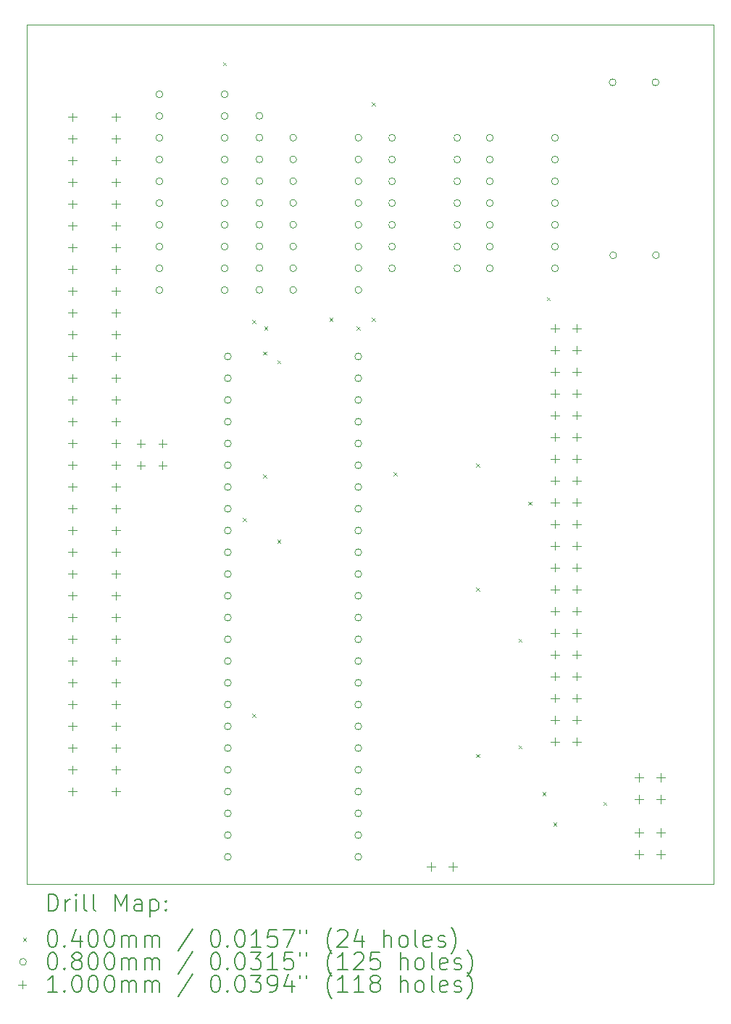
<source format=gbr>
%TF.GenerationSoftware,KiCad,Pcbnew,(6.0.8-1)-1*%
%TF.CreationDate,2023-09-26T17:12:29+03:00*%
%TF.ProjectId,A410_Podule_Ram_RPI,41343130-5f50-46f6-9475-6c655f52616d,rev?*%
%TF.SameCoordinates,Original*%
%TF.FileFunction,Drillmap*%
%TF.FilePolarity,Positive*%
%FSLAX45Y45*%
G04 Gerber Fmt 4.5, Leading zero omitted, Abs format (unit mm)*
G04 Created by KiCad (PCBNEW (6.0.8-1)-1) date 2023-09-26 17:12:29*
%MOMM*%
%LPD*%
G01*
G04 APERTURE LIST*
%ADD10C,0.100000*%
%ADD11C,0.200000*%
%ADD12C,0.040000*%
%ADD13C,0.080000*%
G04 APERTURE END LIST*
D10*
X7010400Y-13766800D02*
X7010400Y-3733800D01*
X15036800Y-13766800D02*
X7010400Y-13766800D01*
X15036800Y-13766800D02*
X15036800Y-3733800D01*
X7010400Y-3733800D02*
X15036800Y-3733800D01*
D11*
D12*
X9301800Y-4171000D02*
X9341800Y-4211000D01*
X9341800Y-4171000D02*
X9301800Y-4211000D01*
X9536850Y-9492300D02*
X9576850Y-9532300D01*
X9576850Y-9492300D02*
X9536850Y-9532300D01*
X9644700Y-7180900D02*
X9684700Y-7220900D01*
X9684700Y-7180900D02*
X9644700Y-7220900D01*
X9644700Y-11778300D02*
X9684700Y-11818300D01*
X9684700Y-11778300D02*
X9644700Y-11818300D01*
X9771700Y-7549200D02*
X9811700Y-7589200D01*
X9811700Y-7549200D02*
X9771700Y-7589200D01*
X9771700Y-8984300D02*
X9811700Y-9024300D01*
X9811700Y-8984300D02*
X9771700Y-9024300D01*
X9784400Y-7257100D02*
X9824400Y-7297100D01*
X9824400Y-7257100D02*
X9784400Y-7297100D01*
X9936800Y-7650800D02*
X9976800Y-7690800D01*
X9976800Y-7650800D02*
X9936800Y-7690800D01*
X9936800Y-9746300D02*
X9976800Y-9786300D01*
X9976800Y-9746300D02*
X9936800Y-9786300D01*
X10546400Y-7155500D02*
X10586400Y-7195500D01*
X10586400Y-7155500D02*
X10546400Y-7195500D01*
X10863900Y-7257100D02*
X10903900Y-7297100D01*
X10903900Y-7257100D02*
X10863900Y-7297100D01*
X11041700Y-4640900D02*
X11081700Y-4680900D01*
X11081700Y-4640900D02*
X11041700Y-4680900D01*
X11041700Y-7155500D02*
X11081700Y-7195500D01*
X11081700Y-7155500D02*
X11041700Y-7195500D01*
X11295700Y-8958900D02*
X11335700Y-8998900D01*
X11335700Y-8958900D02*
X11295700Y-8998900D01*
X12260900Y-8857300D02*
X12300900Y-8897300D01*
X12300900Y-8857300D02*
X12260900Y-8897300D01*
X12260900Y-10305100D02*
X12300900Y-10345100D01*
X12300900Y-10305100D02*
X12260900Y-10345100D01*
X12260900Y-12248200D02*
X12300900Y-12288200D01*
X12300900Y-12248200D02*
X12260900Y-12288200D01*
X12756200Y-10902000D02*
X12796200Y-10942000D01*
X12796200Y-10902000D02*
X12756200Y-10942000D01*
X12756200Y-12146600D02*
X12796200Y-12186600D01*
X12796200Y-12146600D02*
X12756200Y-12186600D01*
X12870500Y-9301800D02*
X12910500Y-9341800D01*
X12910500Y-9301800D02*
X12870500Y-9341800D01*
X13035600Y-12692700D02*
X13075600Y-12732700D01*
X13075600Y-12692700D02*
X13035600Y-12732700D01*
X13086400Y-6914200D02*
X13126400Y-6954200D01*
X13126400Y-6914200D02*
X13086400Y-6954200D01*
X13162600Y-13048300D02*
X13202600Y-13088300D01*
X13202600Y-13048300D02*
X13162600Y-13088300D01*
X13746800Y-12807000D02*
X13786800Y-12847000D01*
X13786800Y-12807000D02*
X13746800Y-12847000D01*
D13*
X8599800Y-4546600D02*
G75*
G03*
X8599800Y-4546600I-40000J0D01*
G01*
X8599800Y-4800600D02*
G75*
G03*
X8599800Y-4800600I-40000J0D01*
G01*
X8599800Y-5054600D02*
G75*
G03*
X8599800Y-5054600I-40000J0D01*
G01*
X8599800Y-5308600D02*
G75*
G03*
X8599800Y-5308600I-40000J0D01*
G01*
X8599800Y-5562600D02*
G75*
G03*
X8599800Y-5562600I-40000J0D01*
G01*
X8599800Y-5816600D02*
G75*
G03*
X8599800Y-5816600I-40000J0D01*
G01*
X8599800Y-6070600D02*
G75*
G03*
X8599800Y-6070600I-40000J0D01*
G01*
X8599800Y-6324600D02*
G75*
G03*
X8599800Y-6324600I-40000J0D01*
G01*
X8599800Y-6578600D02*
G75*
G03*
X8599800Y-6578600I-40000J0D01*
G01*
X8599800Y-6832600D02*
G75*
G03*
X8599800Y-6832600I-40000J0D01*
G01*
X9361800Y-4546600D02*
G75*
G03*
X9361800Y-4546600I-40000J0D01*
G01*
X9361800Y-4800600D02*
G75*
G03*
X9361800Y-4800600I-40000J0D01*
G01*
X9361800Y-5054600D02*
G75*
G03*
X9361800Y-5054600I-40000J0D01*
G01*
X9361800Y-5308600D02*
G75*
G03*
X9361800Y-5308600I-40000J0D01*
G01*
X9361800Y-5562600D02*
G75*
G03*
X9361800Y-5562600I-40000J0D01*
G01*
X9361800Y-5816600D02*
G75*
G03*
X9361800Y-5816600I-40000J0D01*
G01*
X9361800Y-6070600D02*
G75*
G03*
X9361800Y-6070600I-40000J0D01*
G01*
X9361800Y-6324600D02*
G75*
G03*
X9361800Y-6324600I-40000J0D01*
G01*
X9361800Y-6578600D02*
G75*
G03*
X9361800Y-6578600I-40000J0D01*
G01*
X9361800Y-6832600D02*
G75*
G03*
X9361800Y-6832600I-40000J0D01*
G01*
X9399400Y-7608300D02*
G75*
G03*
X9399400Y-7608300I-40000J0D01*
G01*
X9399400Y-7862300D02*
G75*
G03*
X9399400Y-7862300I-40000J0D01*
G01*
X9399400Y-8116300D02*
G75*
G03*
X9399400Y-8116300I-40000J0D01*
G01*
X9399400Y-8370300D02*
G75*
G03*
X9399400Y-8370300I-40000J0D01*
G01*
X9399400Y-8624300D02*
G75*
G03*
X9399400Y-8624300I-40000J0D01*
G01*
X9399400Y-8878300D02*
G75*
G03*
X9399400Y-8878300I-40000J0D01*
G01*
X9399400Y-9132300D02*
G75*
G03*
X9399400Y-9132300I-40000J0D01*
G01*
X9399400Y-9386300D02*
G75*
G03*
X9399400Y-9386300I-40000J0D01*
G01*
X9399400Y-9640300D02*
G75*
G03*
X9399400Y-9640300I-40000J0D01*
G01*
X9399400Y-9894300D02*
G75*
G03*
X9399400Y-9894300I-40000J0D01*
G01*
X9399400Y-10148300D02*
G75*
G03*
X9399400Y-10148300I-40000J0D01*
G01*
X9399400Y-10402300D02*
G75*
G03*
X9399400Y-10402300I-40000J0D01*
G01*
X9399400Y-10656300D02*
G75*
G03*
X9399400Y-10656300I-40000J0D01*
G01*
X9399400Y-10910300D02*
G75*
G03*
X9399400Y-10910300I-40000J0D01*
G01*
X9399400Y-11164300D02*
G75*
G03*
X9399400Y-11164300I-40000J0D01*
G01*
X9399400Y-11418300D02*
G75*
G03*
X9399400Y-11418300I-40000J0D01*
G01*
X9399400Y-11672300D02*
G75*
G03*
X9399400Y-11672300I-40000J0D01*
G01*
X9399400Y-11926300D02*
G75*
G03*
X9399400Y-11926300I-40000J0D01*
G01*
X9399400Y-12180300D02*
G75*
G03*
X9399400Y-12180300I-40000J0D01*
G01*
X9399400Y-12434300D02*
G75*
G03*
X9399400Y-12434300I-40000J0D01*
G01*
X9399400Y-12688300D02*
G75*
G03*
X9399400Y-12688300I-40000J0D01*
G01*
X9399400Y-12942300D02*
G75*
G03*
X9399400Y-12942300I-40000J0D01*
G01*
X9399400Y-13196300D02*
G75*
G03*
X9399400Y-13196300I-40000J0D01*
G01*
X9399400Y-13450300D02*
G75*
G03*
X9399400Y-13450300I-40000J0D01*
G01*
X9768200Y-4799100D02*
G75*
G03*
X9768200Y-4799100I-40000J0D01*
G01*
X9768200Y-5053100D02*
G75*
G03*
X9768200Y-5053100I-40000J0D01*
G01*
X9768200Y-5307100D02*
G75*
G03*
X9768200Y-5307100I-40000J0D01*
G01*
X9768200Y-5561100D02*
G75*
G03*
X9768200Y-5561100I-40000J0D01*
G01*
X9768200Y-5815100D02*
G75*
G03*
X9768200Y-5815100I-40000J0D01*
G01*
X9768200Y-6069100D02*
G75*
G03*
X9768200Y-6069100I-40000J0D01*
G01*
X9768200Y-6323100D02*
G75*
G03*
X9768200Y-6323100I-40000J0D01*
G01*
X9768200Y-6577100D02*
G75*
G03*
X9768200Y-6577100I-40000J0D01*
G01*
X9768200Y-6831100D02*
G75*
G03*
X9768200Y-6831100I-40000J0D01*
G01*
X10162900Y-5053600D02*
G75*
G03*
X10162900Y-5053600I-40000J0D01*
G01*
X10162900Y-5307600D02*
G75*
G03*
X10162900Y-5307600I-40000J0D01*
G01*
X10162900Y-5561600D02*
G75*
G03*
X10162900Y-5561600I-40000J0D01*
G01*
X10162900Y-5815600D02*
G75*
G03*
X10162900Y-5815600I-40000J0D01*
G01*
X10162900Y-6069600D02*
G75*
G03*
X10162900Y-6069600I-40000J0D01*
G01*
X10162900Y-6323600D02*
G75*
G03*
X10162900Y-6323600I-40000J0D01*
G01*
X10162900Y-6577600D02*
G75*
G03*
X10162900Y-6577600I-40000J0D01*
G01*
X10162900Y-6831600D02*
G75*
G03*
X10162900Y-6831600I-40000J0D01*
G01*
X10923400Y-7608300D02*
G75*
G03*
X10923400Y-7608300I-40000J0D01*
G01*
X10923400Y-7862300D02*
G75*
G03*
X10923400Y-7862300I-40000J0D01*
G01*
X10923400Y-8116300D02*
G75*
G03*
X10923400Y-8116300I-40000J0D01*
G01*
X10923400Y-8370300D02*
G75*
G03*
X10923400Y-8370300I-40000J0D01*
G01*
X10923400Y-8624300D02*
G75*
G03*
X10923400Y-8624300I-40000J0D01*
G01*
X10923400Y-8878300D02*
G75*
G03*
X10923400Y-8878300I-40000J0D01*
G01*
X10923400Y-9132300D02*
G75*
G03*
X10923400Y-9132300I-40000J0D01*
G01*
X10923400Y-9386300D02*
G75*
G03*
X10923400Y-9386300I-40000J0D01*
G01*
X10923400Y-9640300D02*
G75*
G03*
X10923400Y-9640300I-40000J0D01*
G01*
X10923400Y-9894300D02*
G75*
G03*
X10923400Y-9894300I-40000J0D01*
G01*
X10923400Y-10148300D02*
G75*
G03*
X10923400Y-10148300I-40000J0D01*
G01*
X10923400Y-10402300D02*
G75*
G03*
X10923400Y-10402300I-40000J0D01*
G01*
X10923400Y-10656300D02*
G75*
G03*
X10923400Y-10656300I-40000J0D01*
G01*
X10923400Y-10910300D02*
G75*
G03*
X10923400Y-10910300I-40000J0D01*
G01*
X10923400Y-11164300D02*
G75*
G03*
X10923400Y-11164300I-40000J0D01*
G01*
X10923400Y-11418300D02*
G75*
G03*
X10923400Y-11418300I-40000J0D01*
G01*
X10923400Y-11672300D02*
G75*
G03*
X10923400Y-11672300I-40000J0D01*
G01*
X10923400Y-11926300D02*
G75*
G03*
X10923400Y-11926300I-40000J0D01*
G01*
X10923400Y-12180300D02*
G75*
G03*
X10923400Y-12180300I-40000J0D01*
G01*
X10923400Y-12434300D02*
G75*
G03*
X10923400Y-12434300I-40000J0D01*
G01*
X10923400Y-12688300D02*
G75*
G03*
X10923400Y-12688300I-40000J0D01*
G01*
X10923400Y-12942300D02*
G75*
G03*
X10923400Y-12942300I-40000J0D01*
G01*
X10923400Y-13196300D02*
G75*
G03*
X10923400Y-13196300I-40000J0D01*
G01*
X10923400Y-13450300D02*
G75*
G03*
X10923400Y-13450300I-40000J0D01*
G01*
X10924900Y-5053600D02*
G75*
G03*
X10924900Y-5053600I-40000J0D01*
G01*
X10924900Y-5307600D02*
G75*
G03*
X10924900Y-5307600I-40000J0D01*
G01*
X10924900Y-5561600D02*
G75*
G03*
X10924900Y-5561600I-40000J0D01*
G01*
X10924900Y-5815600D02*
G75*
G03*
X10924900Y-5815600I-40000J0D01*
G01*
X10924900Y-6069600D02*
G75*
G03*
X10924900Y-6069600I-40000J0D01*
G01*
X10924900Y-6323600D02*
G75*
G03*
X10924900Y-6323600I-40000J0D01*
G01*
X10924900Y-6577600D02*
G75*
G03*
X10924900Y-6577600I-40000J0D01*
G01*
X10924900Y-6831600D02*
G75*
G03*
X10924900Y-6831600I-40000J0D01*
G01*
X11318600Y-5054100D02*
G75*
G03*
X11318600Y-5054100I-40000J0D01*
G01*
X11318600Y-5308100D02*
G75*
G03*
X11318600Y-5308100I-40000J0D01*
G01*
X11318600Y-5562100D02*
G75*
G03*
X11318600Y-5562100I-40000J0D01*
G01*
X11318600Y-5816100D02*
G75*
G03*
X11318600Y-5816100I-40000J0D01*
G01*
X11318600Y-6070100D02*
G75*
G03*
X11318600Y-6070100I-40000J0D01*
G01*
X11318600Y-6324100D02*
G75*
G03*
X11318600Y-6324100I-40000J0D01*
G01*
X11318600Y-6578100D02*
G75*
G03*
X11318600Y-6578100I-40000J0D01*
G01*
X12080600Y-5054100D02*
G75*
G03*
X12080600Y-5054100I-40000J0D01*
G01*
X12080600Y-5308100D02*
G75*
G03*
X12080600Y-5308100I-40000J0D01*
G01*
X12080600Y-5562100D02*
G75*
G03*
X12080600Y-5562100I-40000J0D01*
G01*
X12080600Y-5816100D02*
G75*
G03*
X12080600Y-5816100I-40000J0D01*
G01*
X12080600Y-6070100D02*
G75*
G03*
X12080600Y-6070100I-40000J0D01*
G01*
X12080600Y-6324100D02*
G75*
G03*
X12080600Y-6324100I-40000J0D01*
G01*
X12080600Y-6578100D02*
G75*
G03*
X12080600Y-6578100I-40000J0D01*
G01*
X12460600Y-5054600D02*
G75*
G03*
X12460600Y-5054600I-40000J0D01*
G01*
X12460600Y-5308600D02*
G75*
G03*
X12460600Y-5308600I-40000J0D01*
G01*
X12460600Y-5562600D02*
G75*
G03*
X12460600Y-5562600I-40000J0D01*
G01*
X12460600Y-5816600D02*
G75*
G03*
X12460600Y-5816600I-40000J0D01*
G01*
X12460600Y-6070600D02*
G75*
G03*
X12460600Y-6070600I-40000J0D01*
G01*
X12460600Y-6324600D02*
G75*
G03*
X12460600Y-6324600I-40000J0D01*
G01*
X12460600Y-6578600D02*
G75*
G03*
X12460600Y-6578600I-40000J0D01*
G01*
X13222600Y-5054600D02*
G75*
G03*
X13222600Y-5054600I-40000J0D01*
G01*
X13222600Y-5308600D02*
G75*
G03*
X13222600Y-5308600I-40000J0D01*
G01*
X13222600Y-5562600D02*
G75*
G03*
X13222600Y-5562600I-40000J0D01*
G01*
X13222600Y-5816600D02*
G75*
G03*
X13222600Y-5816600I-40000J0D01*
G01*
X13222600Y-6070600D02*
G75*
G03*
X13222600Y-6070600I-40000J0D01*
G01*
X13222600Y-6324600D02*
G75*
G03*
X13222600Y-6324600I-40000J0D01*
G01*
X13222600Y-6578600D02*
G75*
G03*
X13222600Y-6578600I-40000J0D01*
G01*
X13896735Y-4406900D02*
G75*
G03*
X13896735Y-4406900I-40000J0D01*
G01*
X13902665Y-6426200D02*
G75*
G03*
X13902665Y-6426200I-40000J0D01*
G01*
X14396735Y-4406900D02*
G75*
G03*
X14396735Y-4406900I-40000J0D01*
G01*
X14402665Y-6426200D02*
G75*
G03*
X14402665Y-6426200I-40000J0D01*
G01*
D10*
X7543800Y-4763300D02*
X7543800Y-4863300D01*
X7493800Y-4813300D02*
X7593800Y-4813300D01*
X7543800Y-5017300D02*
X7543800Y-5117300D01*
X7493800Y-5067300D02*
X7593800Y-5067300D01*
X7543800Y-5271300D02*
X7543800Y-5371300D01*
X7493800Y-5321300D02*
X7593800Y-5321300D01*
X7543800Y-5525300D02*
X7543800Y-5625300D01*
X7493800Y-5575300D02*
X7593800Y-5575300D01*
X7543800Y-5779300D02*
X7543800Y-5879300D01*
X7493800Y-5829300D02*
X7593800Y-5829300D01*
X7543800Y-6033300D02*
X7543800Y-6133300D01*
X7493800Y-6083300D02*
X7593800Y-6083300D01*
X7543800Y-6287300D02*
X7543800Y-6387300D01*
X7493800Y-6337300D02*
X7593800Y-6337300D01*
X7543800Y-6541300D02*
X7543800Y-6641300D01*
X7493800Y-6591300D02*
X7593800Y-6591300D01*
X7543800Y-6795300D02*
X7543800Y-6895300D01*
X7493800Y-6845300D02*
X7593800Y-6845300D01*
X7543800Y-7049300D02*
X7543800Y-7149300D01*
X7493800Y-7099300D02*
X7593800Y-7099300D01*
X7543800Y-7303300D02*
X7543800Y-7403300D01*
X7493800Y-7353300D02*
X7593800Y-7353300D01*
X7543800Y-7557300D02*
X7543800Y-7657300D01*
X7493800Y-7607300D02*
X7593800Y-7607300D01*
X7543800Y-7811300D02*
X7543800Y-7911300D01*
X7493800Y-7861300D02*
X7593800Y-7861300D01*
X7543800Y-8065300D02*
X7543800Y-8165300D01*
X7493800Y-8115300D02*
X7593800Y-8115300D01*
X7543800Y-8319300D02*
X7543800Y-8419300D01*
X7493800Y-8369300D02*
X7593800Y-8369300D01*
X7543800Y-8573300D02*
X7543800Y-8673300D01*
X7493800Y-8623300D02*
X7593800Y-8623300D01*
X7543800Y-8827300D02*
X7543800Y-8927300D01*
X7493800Y-8877300D02*
X7593800Y-8877300D01*
X7543800Y-9081300D02*
X7543800Y-9181300D01*
X7493800Y-9131300D02*
X7593800Y-9131300D01*
X7543800Y-9335300D02*
X7543800Y-9435300D01*
X7493800Y-9385300D02*
X7593800Y-9385300D01*
X7543800Y-9589300D02*
X7543800Y-9689300D01*
X7493800Y-9639300D02*
X7593800Y-9639300D01*
X7543800Y-9843300D02*
X7543800Y-9943300D01*
X7493800Y-9893300D02*
X7593800Y-9893300D01*
X7543800Y-10097300D02*
X7543800Y-10197300D01*
X7493800Y-10147300D02*
X7593800Y-10147300D01*
X7543800Y-10351300D02*
X7543800Y-10451300D01*
X7493800Y-10401300D02*
X7593800Y-10401300D01*
X7543800Y-10605300D02*
X7543800Y-10705300D01*
X7493800Y-10655300D02*
X7593800Y-10655300D01*
X7543800Y-10859300D02*
X7543800Y-10959300D01*
X7493800Y-10909300D02*
X7593800Y-10909300D01*
X7543800Y-11113300D02*
X7543800Y-11213300D01*
X7493800Y-11163300D02*
X7593800Y-11163300D01*
X7543800Y-11367300D02*
X7543800Y-11467300D01*
X7493800Y-11417300D02*
X7593800Y-11417300D01*
X7543800Y-11621300D02*
X7543800Y-11721300D01*
X7493800Y-11671300D02*
X7593800Y-11671300D01*
X7543800Y-11875300D02*
X7543800Y-11975300D01*
X7493800Y-11925300D02*
X7593800Y-11925300D01*
X7543800Y-12129300D02*
X7543800Y-12229300D01*
X7493800Y-12179300D02*
X7593800Y-12179300D01*
X7543800Y-12383300D02*
X7543800Y-12483300D01*
X7493800Y-12433300D02*
X7593800Y-12433300D01*
X7543800Y-12637300D02*
X7543800Y-12737300D01*
X7493800Y-12687300D02*
X7593800Y-12687300D01*
X8051800Y-4763300D02*
X8051800Y-4863300D01*
X8001800Y-4813300D02*
X8101800Y-4813300D01*
X8051800Y-5017300D02*
X8051800Y-5117300D01*
X8001800Y-5067300D02*
X8101800Y-5067300D01*
X8051800Y-5271300D02*
X8051800Y-5371300D01*
X8001800Y-5321300D02*
X8101800Y-5321300D01*
X8051800Y-5525300D02*
X8051800Y-5625300D01*
X8001800Y-5575300D02*
X8101800Y-5575300D01*
X8051800Y-5779300D02*
X8051800Y-5879300D01*
X8001800Y-5829300D02*
X8101800Y-5829300D01*
X8051800Y-6033300D02*
X8051800Y-6133300D01*
X8001800Y-6083300D02*
X8101800Y-6083300D01*
X8051800Y-6287300D02*
X8051800Y-6387300D01*
X8001800Y-6337300D02*
X8101800Y-6337300D01*
X8051800Y-6541300D02*
X8051800Y-6641300D01*
X8001800Y-6591300D02*
X8101800Y-6591300D01*
X8051800Y-6795300D02*
X8051800Y-6895300D01*
X8001800Y-6845300D02*
X8101800Y-6845300D01*
X8051800Y-7049300D02*
X8051800Y-7149300D01*
X8001800Y-7099300D02*
X8101800Y-7099300D01*
X8051800Y-7303300D02*
X8051800Y-7403300D01*
X8001800Y-7353300D02*
X8101800Y-7353300D01*
X8051800Y-7557300D02*
X8051800Y-7657300D01*
X8001800Y-7607300D02*
X8101800Y-7607300D01*
X8051800Y-7811300D02*
X8051800Y-7911300D01*
X8001800Y-7861300D02*
X8101800Y-7861300D01*
X8051800Y-8065300D02*
X8051800Y-8165300D01*
X8001800Y-8115300D02*
X8101800Y-8115300D01*
X8051800Y-8319300D02*
X8051800Y-8419300D01*
X8001800Y-8369300D02*
X8101800Y-8369300D01*
X8051800Y-8573300D02*
X8051800Y-8673300D01*
X8001800Y-8623300D02*
X8101800Y-8623300D01*
X8051800Y-8827300D02*
X8051800Y-8927300D01*
X8001800Y-8877300D02*
X8101800Y-8877300D01*
X8051800Y-9081300D02*
X8051800Y-9181300D01*
X8001800Y-9131300D02*
X8101800Y-9131300D01*
X8051800Y-9335300D02*
X8051800Y-9435300D01*
X8001800Y-9385300D02*
X8101800Y-9385300D01*
X8051800Y-9589300D02*
X8051800Y-9689300D01*
X8001800Y-9639300D02*
X8101800Y-9639300D01*
X8051800Y-9843300D02*
X8051800Y-9943300D01*
X8001800Y-9893300D02*
X8101800Y-9893300D01*
X8051800Y-10097300D02*
X8051800Y-10197300D01*
X8001800Y-10147300D02*
X8101800Y-10147300D01*
X8051800Y-10351300D02*
X8051800Y-10451300D01*
X8001800Y-10401300D02*
X8101800Y-10401300D01*
X8051800Y-10605300D02*
X8051800Y-10705300D01*
X8001800Y-10655300D02*
X8101800Y-10655300D01*
X8051800Y-10859300D02*
X8051800Y-10959300D01*
X8001800Y-10909300D02*
X8101800Y-10909300D01*
X8051800Y-11113300D02*
X8051800Y-11213300D01*
X8001800Y-11163300D02*
X8101800Y-11163300D01*
X8051800Y-11367300D02*
X8051800Y-11467300D01*
X8001800Y-11417300D02*
X8101800Y-11417300D01*
X8051800Y-11621300D02*
X8051800Y-11721300D01*
X8001800Y-11671300D02*
X8101800Y-11671300D01*
X8051800Y-11875300D02*
X8051800Y-11975300D01*
X8001800Y-11925300D02*
X8101800Y-11925300D01*
X8051800Y-12129300D02*
X8051800Y-12229300D01*
X8001800Y-12179300D02*
X8101800Y-12179300D01*
X8051800Y-12383300D02*
X8051800Y-12483300D01*
X8001800Y-12433300D02*
X8101800Y-12433300D01*
X8051800Y-12637300D02*
X8051800Y-12737300D01*
X8001800Y-12687300D02*
X8101800Y-12687300D01*
X8343400Y-8573800D02*
X8343400Y-8673800D01*
X8293400Y-8623800D02*
X8393400Y-8623800D01*
X8343400Y-8827800D02*
X8343400Y-8927800D01*
X8293400Y-8877800D02*
X8393400Y-8877800D01*
X8597400Y-8573800D02*
X8597400Y-8673800D01*
X8547400Y-8623800D02*
X8647400Y-8623800D01*
X8597400Y-8827800D02*
X8597400Y-8927800D01*
X8547400Y-8877800D02*
X8647400Y-8877800D01*
X11734300Y-13513600D02*
X11734300Y-13613600D01*
X11684300Y-13563600D02*
X11784300Y-13563600D01*
X11988300Y-13513600D02*
X11988300Y-13613600D01*
X11938300Y-13563600D02*
X12038300Y-13563600D01*
X13182100Y-7227600D02*
X13182100Y-7327600D01*
X13132100Y-7277600D02*
X13232100Y-7277600D01*
X13182100Y-7481600D02*
X13182100Y-7581600D01*
X13132100Y-7531600D02*
X13232100Y-7531600D01*
X13182100Y-7735600D02*
X13182100Y-7835600D01*
X13132100Y-7785600D02*
X13232100Y-7785600D01*
X13182100Y-7989600D02*
X13182100Y-8089600D01*
X13132100Y-8039600D02*
X13232100Y-8039600D01*
X13182100Y-8243600D02*
X13182100Y-8343600D01*
X13132100Y-8293600D02*
X13232100Y-8293600D01*
X13182100Y-8497600D02*
X13182100Y-8597600D01*
X13132100Y-8547600D02*
X13232100Y-8547600D01*
X13182100Y-8751600D02*
X13182100Y-8851600D01*
X13132100Y-8801600D02*
X13232100Y-8801600D01*
X13182100Y-9005600D02*
X13182100Y-9105600D01*
X13132100Y-9055600D02*
X13232100Y-9055600D01*
X13182100Y-9259600D02*
X13182100Y-9359600D01*
X13132100Y-9309600D02*
X13232100Y-9309600D01*
X13182100Y-9513600D02*
X13182100Y-9613600D01*
X13132100Y-9563600D02*
X13232100Y-9563600D01*
X13182100Y-9767600D02*
X13182100Y-9867600D01*
X13132100Y-9817600D02*
X13232100Y-9817600D01*
X13182100Y-10021600D02*
X13182100Y-10121600D01*
X13132100Y-10071600D02*
X13232100Y-10071600D01*
X13182100Y-10275600D02*
X13182100Y-10375600D01*
X13132100Y-10325600D02*
X13232100Y-10325600D01*
X13182100Y-10529600D02*
X13182100Y-10629600D01*
X13132100Y-10579600D02*
X13232100Y-10579600D01*
X13182100Y-10783600D02*
X13182100Y-10883600D01*
X13132100Y-10833600D02*
X13232100Y-10833600D01*
X13182100Y-11037600D02*
X13182100Y-11137600D01*
X13132100Y-11087600D02*
X13232100Y-11087600D01*
X13182100Y-11291600D02*
X13182100Y-11391600D01*
X13132100Y-11341600D02*
X13232100Y-11341600D01*
X13182100Y-11545600D02*
X13182100Y-11645600D01*
X13132100Y-11595600D02*
X13232100Y-11595600D01*
X13182100Y-11799600D02*
X13182100Y-11899600D01*
X13132100Y-11849600D02*
X13232100Y-11849600D01*
X13182100Y-12053600D02*
X13182100Y-12153600D01*
X13132100Y-12103600D02*
X13232100Y-12103600D01*
X13436100Y-7227600D02*
X13436100Y-7327600D01*
X13386100Y-7277600D02*
X13486100Y-7277600D01*
X13436100Y-7481600D02*
X13436100Y-7581600D01*
X13386100Y-7531600D02*
X13486100Y-7531600D01*
X13436100Y-7735600D02*
X13436100Y-7835600D01*
X13386100Y-7785600D02*
X13486100Y-7785600D01*
X13436100Y-7989600D02*
X13436100Y-8089600D01*
X13386100Y-8039600D02*
X13486100Y-8039600D01*
X13436100Y-8243600D02*
X13436100Y-8343600D01*
X13386100Y-8293600D02*
X13486100Y-8293600D01*
X13436100Y-8497600D02*
X13436100Y-8597600D01*
X13386100Y-8547600D02*
X13486100Y-8547600D01*
X13436100Y-8751600D02*
X13436100Y-8851600D01*
X13386100Y-8801600D02*
X13486100Y-8801600D01*
X13436100Y-9005600D02*
X13436100Y-9105600D01*
X13386100Y-9055600D02*
X13486100Y-9055600D01*
X13436100Y-9259600D02*
X13436100Y-9359600D01*
X13386100Y-9309600D02*
X13486100Y-9309600D01*
X13436100Y-9513600D02*
X13436100Y-9613600D01*
X13386100Y-9563600D02*
X13486100Y-9563600D01*
X13436100Y-9767600D02*
X13436100Y-9867600D01*
X13386100Y-9817600D02*
X13486100Y-9817600D01*
X13436100Y-10021600D02*
X13436100Y-10121600D01*
X13386100Y-10071600D02*
X13486100Y-10071600D01*
X13436100Y-10275600D02*
X13436100Y-10375600D01*
X13386100Y-10325600D02*
X13486100Y-10325600D01*
X13436100Y-10529600D02*
X13436100Y-10629600D01*
X13386100Y-10579600D02*
X13486100Y-10579600D01*
X13436100Y-10783600D02*
X13436100Y-10883600D01*
X13386100Y-10833600D02*
X13486100Y-10833600D01*
X13436100Y-11037600D02*
X13436100Y-11137600D01*
X13386100Y-11087600D02*
X13486100Y-11087600D01*
X13436100Y-11291600D02*
X13436100Y-11391600D01*
X13386100Y-11341600D02*
X13486100Y-11341600D01*
X13436100Y-11545600D02*
X13436100Y-11645600D01*
X13386100Y-11595600D02*
X13486100Y-11595600D01*
X13436100Y-11799600D02*
X13436100Y-11899600D01*
X13386100Y-11849600D02*
X13486100Y-11849600D01*
X13436100Y-12053600D02*
X13436100Y-12153600D01*
X13386100Y-12103600D02*
X13486100Y-12103600D01*
X14161000Y-12471700D02*
X14161000Y-12571700D01*
X14111000Y-12521700D02*
X14211000Y-12521700D01*
X14161000Y-12725700D02*
X14161000Y-12825700D01*
X14111000Y-12775700D02*
X14211000Y-12775700D01*
X14161000Y-13119400D02*
X14161000Y-13219400D01*
X14111000Y-13169400D02*
X14211000Y-13169400D01*
X14161000Y-13373400D02*
X14161000Y-13473400D01*
X14111000Y-13423400D02*
X14211000Y-13423400D01*
X14415000Y-12471700D02*
X14415000Y-12571700D01*
X14365000Y-12521700D02*
X14465000Y-12521700D01*
X14415000Y-12725700D02*
X14415000Y-12825700D01*
X14365000Y-12775700D02*
X14465000Y-12775700D01*
X14415000Y-13119400D02*
X14415000Y-13219400D01*
X14365000Y-13169400D02*
X14465000Y-13169400D01*
X14415000Y-13373400D02*
X14415000Y-13473400D01*
X14365000Y-13423400D02*
X14465000Y-13423400D01*
D11*
X7263019Y-14082276D02*
X7263019Y-13882276D01*
X7310638Y-13882276D01*
X7339209Y-13891800D01*
X7358257Y-13910848D01*
X7367781Y-13929895D01*
X7377305Y-13967990D01*
X7377305Y-13996562D01*
X7367781Y-14034657D01*
X7358257Y-14053705D01*
X7339209Y-14072752D01*
X7310638Y-14082276D01*
X7263019Y-14082276D01*
X7463019Y-14082276D02*
X7463019Y-13948943D01*
X7463019Y-13987038D02*
X7472543Y-13967990D01*
X7482067Y-13958467D01*
X7501114Y-13948943D01*
X7520162Y-13948943D01*
X7586828Y-14082276D02*
X7586828Y-13948943D01*
X7586828Y-13882276D02*
X7577305Y-13891800D01*
X7586828Y-13901324D01*
X7596352Y-13891800D01*
X7586828Y-13882276D01*
X7586828Y-13901324D01*
X7710638Y-14082276D02*
X7691590Y-14072752D01*
X7682067Y-14053705D01*
X7682067Y-13882276D01*
X7815400Y-14082276D02*
X7796352Y-14072752D01*
X7786828Y-14053705D01*
X7786828Y-13882276D01*
X8043971Y-14082276D02*
X8043971Y-13882276D01*
X8110638Y-14025133D01*
X8177305Y-13882276D01*
X8177305Y-14082276D01*
X8358257Y-14082276D02*
X8358257Y-13977514D01*
X8348733Y-13958467D01*
X8329686Y-13948943D01*
X8291590Y-13948943D01*
X8272543Y-13958467D01*
X8358257Y-14072752D02*
X8339209Y-14082276D01*
X8291590Y-14082276D01*
X8272543Y-14072752D01*
X8263019Y-14053705D01*
X8263019Y-14034657D01*
X8272543Y-14015609D01*
X8291590Y-14006086D01*
X8339209Y-14006086D01*
X8358257Y-13996562D01*
X8453495Y-13948943D02*
X8453495Y-14148943D01*
X8453495Y-13958467D02*
X8472543Y-13948943D01*
X8510638Y-13948943D01*
X8529686Y-13958467D01*
X8539210Y-13967990D01*
X8548733Y-13987038D01*
X8548733Y-14044181D01*
X8539210Y-14063228D01*
X8529686Y-14072752D01*
X8510638Y-14082276D01*
X8472543Y-14082276D01*
X8453495Y-14072752D01*
X8634448Y-14063228D02*
X8643971Y-14072752D01*
X8634448Y-14082276D01*
X8624924Y-14072752D01*
X8634448Y-14063228D01*
X8634448Y-14082276D01*
X8634448Y-13958467D02*
X8643971Y-13967990D01*
X8634448Y-13977514D01*
X8624924Y-13967990D01*
X8634448Y-13958467D01*
X8634448Y-13977514D01*
D12*
X6965400Y-14391800D02*
X7005400Y-14431800D01*
X7005400Y-14391800D02*
X6965400Y-14431800D01*
D11*
X7301114Y-14302276D02*
X7320162Y-14302276D01*
X7339209Y-14311800D01*
X7348733Y-14321324D01*
X7358257Y-14340371D01*
X7367781Y-14378467D01*
X7367781Y-14426086D01*
X7358257Y-14464181D01*
X7348733Y-14483228D01*
X7339209Y-14492752D01*
X7320162Y-14502276D01*
X7301114Y-14502276D01*
X7282067Y-14492752D01*
X7272543Y-14483228D01*
X7263019Y-14464181D01*
X7253495Y-14426086D01*
X7253495Y-14378467D01*
X7263019Y-14340371D01*
X7272543Y-14321324D01*
X7282067Y-14311800D01*
X7301114Y-14302276D01*
X7453495Y-14483228D02*
X7463019Y-14492752D01*
X7453495Y-14502276D01*
X7443971Y-14492752D01*
X7453495Y-14483228D01*
X7453495Y-14502276D01*
X7634448Y-14368943D02*
X7634448Y-14502276D01*
X7586828Y-14292752D02*
X7539209Y-14435609D01*
X7663019Y-14435609D01*
X7777305Y-14302276D02*
X7796352Y-14302276D01*
X7815400Y-14311800D01*
X7824924Y-14321324D01*
X7834448Y-14340371D01*
X7843971Y-14378467D01*
X7843971Y-14426086D01*
X7834448Y-14464181D01*
X7824924Y-14483228D01*
X7815400Y-14492752D01*
X7796352Y-14502276D01*
X7777305Y-14502276D01*
X7758257Y-14492752D01*
X7748733Y-14483228D01*
X7739209Y-14464181D01*
X7729686Y-14426086D01*
X7729686Y-14378467D01*
X7739209Y-14340371D01*
X7748733Y-14321324D01*
X7758257Y-14311800D01*
X7777305Y-14302276D01*
X7967781Y-14302276D02*
X7986828Y-14302276D01*
X8005876Y-14311800D01*
X8015400Y-14321324D01*
X8024924Y-14340371D01*
X8034448Y-14378467D01*
X8034448Y-14426086D01*
X8024924Y-14464181D01*
X8015400Y-14483228D01*
X8005876Y-14492752D01*
X7986828Y-14502276D01*
X7967781Y-14502276D01*
X7948733Y-14492752D01*
X7939209Y-14483228D01*
X7929686Y-14464181D01*
X7920162Y-14426086D01*
X7920162Y-14378467D01*
X7929686Y-14340371D01*
X7939209Y-14321324D01*
X7948733Y-14311800D01*
X7967781Y-14302276D01*
X8120162Y-14502276D02*
X8120162Y-14368943D01*
X8120162Y-14387990D02*
X8129686Y-14378467D01*
X8148733Y-14368943D01*
X8177305Y-14368943D01*
X8196352Y-14378467D01*
X8205876Y-14397514D01*
X8205876Y-14502276D01*
X8205876Y-14397514D02*
X8215400Y-14378467D01*
X8234448Y-14368943D01*
X8263019Y-14368943D01*
X8282067Y-14378467D01*
X8291590Y-14397514D01*
X8291590Y-14502276D01*
X8386828Y-14502276D02*
X8386828Y-14368943D01*
X8386828Y-14387990D02*
X8396352Y-14378467D01*
X8415400Y-14368943D01*
X8443971Y-14368943D01*
X8463019Y-14378467D01*
X8472543Y-14397514D01*
X8472543Y-14502276D01*
X8472543Y-14397514D02*
X8482067Y-14378467D01*
X8501114Y-14368943D01*
X8529686Y-14368943D01*
X8548733Y-14378467D01*
X8558257Y-14397514D01*
X8558257Y-14502276D01*
X8948733Y-14292752D02*
X8777305Y-14549895D01*
X9205876Y-14302276D02*
X9224924Y-14302276D01*
X9243971Y-14311800D01*
X9253495Y-14321324D01*
X9263019Y-14340371D01*
X9272543Y-14378467D01*
X9272543Y-14426086D01*
X9263019Y-14464181D01*
X9253495Y-14483228D01*
X9243971Y-14492752D01*
X9224924Y-14502276D01*
X9205876Y-14502276D01*
X9186829Y-14492752D01*
X9177305Y-14483228D01*
X9167781Y-14464181D01*
X9158257Y-14426086D01*
X9158257Y-14378467D01*
X9167781Y-14340371D01*
X9177305Y-14321324D01*
X9186829Y-14311800D01*
X9205876Y-14302276D01*
X9358257Y-14483228D02*
X9367781Y-14492752D01*
X9358257Y-14502276D01*
X9348733Y-14492752D01*
X9358257Y-14483228D01*
X9358257Y-14502276D01*
X9491590Y-14302276D02*
X9510638Y-14302276D01*
X9529686Y-14311800D01*
X9539210Y-14321324D01*
X9548733Y-14340371D01*
X9558257Y-14378467D01*
X9558257Y-14426086D01*
X9548733Y-14464181D01*
X9539210Y-14483228D01*
X9529686Y-14492752D01*
X9510638Y-14502276D01*
X9491590Y-14502276D01*
X9472543Y-14492752D01*
X9463019Y-14483228D01*
X9453495Y-14464181D01*
X9443971Y-14426086D01*
X9443971Y-14378467D01*
X9453495Y-14340371D01*
X9463019Y-14321324D01*
X9472543Y-14311800D01*
X9491590Y-14302276D01*
X9748733Y-14502276D02*
X9634448Y-14502276D01*
X9691590Y-14502276D02*
X9691590Y-14302276D01*
X9672543Y-14330848D01*
X9653495Y-14349895D01*
X9634448Y-14359419D01*
X9929686Y-14302276D02*
X9834448Y-14302276D01*
X9824924Y-14397514D01*
X9834448Y-14387990D01*
X9853495Y-14378467D01*
X9901114Y-14378467D01*
X9920162Y-14387990D01*
X9929686Y-14397514D01*
X9939210Y-14416562D01*
X9939210Y-14464181D01*
X9929686Y-14483228D01*
X9920162Y-14492752D01*
X9901114Y-14502276D01*
X9853495Y-14502276D01*
X9834448Y-14492752D01*
X9824924Y-14483228D01*
X10005876Y-14302276D02*
X10139210Y-14302276D01*
X10053495Y-14502276D01*
X10205876Y-14302276D02*
X10205876Y-14340371D01*
X10282067Y-14302276D02*
X10282067Y-14340371D01*
X10577305Y-14578467D02*
X10567781Y-14568943D01*
X10548733Y-14540371D01*
X10539210Y-14521324D01*
X10529686Y-14492752D01*
X10520162Y-14445133D01*
X10520162Y-14407038D01*
X10529686Y-14359419D01*
X10539210Y-14330848D01*
X10548733Y-14311800D01*
X10567781Y-14283228D01*
X10577305Y-14273705D01*
X10643971Y-14321324D02*
X10653495Y-14311800D01*
X10672543Y-14302276D01*
X10720162Y-14302276D01*
X10739210Y-14311800D01*
X10748733Y-14321324D01*
X10758257Y-14340371D01*
X10758257Y-14359419D01*
X10748733Y-14387990D01*
X10634448Y-14502276D01*
X10758257Y-14502276D01*
X10929686Y-14368943D02*
X10929686Y-14502276D01*
X10882067Y-14292752D02*
X10834448Y-14435609D01*
X10958257Y-14435609D01*
X11186828Y-14502276D02*
X11186828Y-14302276D01*
X11272543Y-14502276D02*
X11272543Y-14397514D01*
X11263019Y-14378467D01*
X11243971Y-14368943D01*
X11215400Y-14368943D01*
X11196352Y-14378467D01*
X11186828Y-14387990D01*
X11396352Y-14502276D02*
X11377305Y-14492752D01*
X11367781Y-14483228D01*
X11358257Y-14464181D01*
X11358257Y-14407038D01*
X11367781Y-14387990D01*
X11377305Y-14378467D01*
X11396352Y-14368943D01*
X11424924Y-14368943D01*
X11443971Y-14378467D01*
X11453495Y-14387990D01*
X11463019Y-14407038D01*
X11463019Y-14464181D01*
X11453495Y-14483228D01*
X11443971Y-14492752D01*
X11424924Y-14502276D01*
X11396352Y-14502276D01*
X11577305Y-14502276D02*
X11558257Y-14492752D01*
X11548733Y-14473705D01*
X11548733Y-14302276D01*
X11729686Y-14492752D02*
X11710638Y-14502276D01*
X11672543Y-14502276D01*
X11653495Y-14492752D01*
X11643971Y-14473705D01*
X11643971Y-14397514D01*
X11653495Y-14378467D01*
X11672543Y-14368943D01*
X11710638Y-14368943D01*
X11729686Y-14378467D01*
X11739209Y-14397514D01*
X11739209Y-14416562D01*
X11643971Y-14435609D01*
X11815400Y-14492752D02*
X11834448Y-14502276D01*
X11872543Y-14502276D01*
X11891590Y-14492752D01*
X11901114Y-14473705D01*
X11901114Y-14464181D01*
X11891590Y-14445133D01*
X11872543Y-14435609D01*
X11843971Y-14435609D01*
X11824924Y-14426086D01*
X11815400Y-14407038D01*
X11815400Y-14397514D01*
X11824924Y-14378467D01*
X11843971Y-14368943D01*
X11872543Y-14368943D01*
X11891590Y-14378467D01*
X11967781Y-14578467D02*
X11977305Y-14568943D01*
X11996352Y-14540371D01*
X12005876Y-14521324D01*
X12015400Y-14492752D01*
X12024924Y-14445133D01*
X12024924Y-14407038D01*
X12015400Y-14359419D01*
X12005876Y-14330848D01*
X11996352Y-14311800D01*
X11977305Y-14283228D01*
X11967781Y-14273705D01*
D13*
X7005400Y-14675800D02*
G75*
G03*
X7005400Y-14675800I-40000J0D01*
G01*
D11*
X7301114Y-14566276D02*
X7320162Y-14566276D01*
X7339209Y-14575800D01*
X7348733Y-14585324D01*
X7358257Y-14604371D01*
X7367781Y-14642467D01*
X7367781Y-14690086D01*
X7358257Y-14728181D01*
X7348733Y-14747228D01*
X7339209Y-14756752D01*
X7320162Y-14766276D01*
X7301114Y-14766276D01*
X7282067Y-14756752D01*
X7272543Y-14747228D01*
X7263019Y-14728181D01*
X7253495Y-14690086D01*
X7253495Y-14642467D01*
X7263019Y-14604371D01*
X7272543Y-14585324D01*
X7282067Y-14575800D01*
X7301114Y-14566276D01*
X7453495Y-14747228D02*
X7463019Y-14756752D01*
X7453495Y-14766276D01*
X7443971Y-14756752D01*
X7453495Y-14747228D01*
X7453495Y-14766276D01*
X7577305Y-14651990D02*
X7558257Y-14642467D01*
X7548733Y-14632943D01*
X7539209Y-14613895D01*
X7539209Y-14604371D01*
X7548733Y-14585324D01*
X7558257Y-14575800D01*
X7577305Y-14566276D01*
X7615400Y-14566276D01*
X7634448Y-14575800D01*
X7643971Y-14585324D01*
X7653495Y-14604371D01*
X7653495Y-14613895D01*
X7643971Y-14632943D01*
X7634448Y-14642467D01*
X7615400Y-14651990D01*
X7577305Y-14651990D01*
X7558257Y-14661514D01*
X7548733Y-14671038D01*
X7539209Y-14690086D01*
X7539209Y-14728181D01*
X7548733Y-14747228D01*
X7558257Y-14756752D01*
X7577305Y-14766276D01*
X7615400Y-14766276D01*
X7634448Y-14756752D01*
X7643971Y-14747228D01*
X7653495Y-14728181D01*
X7653495Y-14690086D01*
X7643971Y-14671038D01*
X7634448Y-14661514D01*
X7615400Y-14651990D01*
X7777305Y-14566276D02*
X7796352Y-14566276D01*
X7815400Y-14575800D01*
X7824924Y-14585324D01*
X7834448Y-14604371D01*
X7843971Y-14642467D01*
X7843971Y-14690086D01*
X7834448Y-14728181D01*
X7824924Y-14747228D01*
X7815400Y-14756752D01*
X7796352Y-14766276D01*
X7777305Y-14766276D01*
X7758257Y-14756752D01*
X7748733Y-14747228D01*
X7739209Y-14728181D01*
X7729686Y-14690086D01*
X7729686Y-14642467D01*
X7739209Y-14604371D01*
X7748733Y-14585324D01*
X7758257Y-14575800D01*
X7777305Y-14566276D01*
X7967781Y-14566276D02*
X7986828Y-14566276D01*
X8005876Y-14575800D01*
X8015400Y-14585324D01*
X8024924Y-14604371D01*
X8034448Y-14642467D01*
X8034448Y-14690086D01*
X8024924Y-14728181D01*
X8015400Y-14747228D01*
X8005876Y-14756752D01*
X7986828Y-14766276D01*
X7967781Y-14766276D01*
X7948733Y-14756752D01*
X7939209Y-14747228D01*
X7929686Y-14728181D01*
X7920162Y-14690086D01*
X7920162Y-14642467D01*
X7929686Y-14604371D01*
X7939209Y-14585324D01*
X7948733Y-14575800D01*
X7967781Y-14566276D01*
X8120162Y-14766276D02*
X8120162Y-14632943D01*
X8120162Y-14651990D02*
X8129686Y-14642467D01*
X8148733Y-14632943D01*
X8177305Y-14632943D01*
X8196352Y-14642467D01*
X8205876Y-14661514D01*
X8205876Y-14766276D01*
X8205876Y-14661514D02*
X8215400Y-14642467D01*
X8234448Y-14632943D01*
X8263019Y-14632943D01*
X8282067Y-14642467D01*
X8291590Y-14661514D01*
X8291590Y-14766276D01*
X8386828Y-14766276D02*
X8386828Y-14632943D01*
X8386828Y-14651990D02*
X8396352Y-14642467D01*
X8415400Y-14632943D01*
X8443971Y-14632943D01*
X8463019Y-14642467D01*
X8472543Y-14661514D01*
X8472543Y-14766276D01*
X8472543Y-14661514D02*
X8482067Y-14642467D01*
X8501114Y-14632943D01*
X8529686Y-14632943D01*
X8548733Y-14642467D01*
X8558257Y-14661514D01*
X8558257Y-14766276D01*
X8948733Y-14556752D02*
X8777305Y-14813895D01*
X9205876Y-14566276D02*
X9224924Y-14566276D01*
X9243971Y-14575800D01*
X9253495Y-14585324D01*
X9263019Y-14604371D01*
X9272543Y-14642467D01*
X9272543Y-14690086D01*
X9263019Y-14728181D01*
X9253495Y-14747228D01*
X9243971Y-14756752D01*
X9224924Y-14766276D01*
X9205876Y-14766276D01*
X9186829Y-14756752D01*
X9177305Y-14747228D01*
X9167781Y-14728181D01*
X9158257Y-14690086D01*
X9158257Y-14642467D01*
X9167781Y-14604371D01*
X9177305Y-14585324D01*
X9186829Y-14575800D01*
X9205876Y-14566276D01*
X9358257Y-14747228D02*
X9367781Y-14756752D01*
X9358257Y-14766276D01*
X9348733Y-14756752D01*
X9358257Y-14747228D01*
X9358257Y-14766276D01*
X9491590Y-14566276D02*
X9510638Y-14566276D01*
X9529686Y-14575800D01*
X9539210Y-14585324D01*
X9548733Y-14604371D01*
X9558257Y-14642467D01*
X9558257Y-14690086D01*
X9548733Y-14728181D01*
X9539210Y-14747228D01*
X9529686Y-14756752D01*
X9510638Y-14766276D01*
X9491590Y-14766276D01*
X9472543Y-14756752D01*
X9463019Y-14747228D01*
X9453495Y-14728181D01*
X9443971Y-14690086D01*
X9443971Y-14642467D01*
X9453495Y-14604371D01*
X9463019Y-14585324D01*
X9472543Y-14575800D01*
X9491590Y-14566276D01*
X9624924Y-14566276D02*
X9748733Y-14566276D01*
X9682067Y-14642467D01*
X9710638Y-14642467D01*
X9729686Y-14651990D01*
X9739210Y-14661514D01*
X9748733Y-14680562D01*
X9748733Y-14728181D01*
X9739210Y-14747228D01*
X9729686Y-14756752D01*
X9710638Y-14766276D01*
X9653495Y-14766276D01*
X9634448Y-14756752D01*
X9624924Y-14747228D01*
X9939210Y-14766276D02*
X9824924Y-14766276D01*
X9882067Y-14766276D02*
X9882067Y-14566276D01*
X9863019Y-14594848D01*
X9843971Y-14613895D01*
X9824924Y-14623419D01*
X10120162Y-14566276D02*
X10024924Y-14566276D01*
X10015400Y-14661514D01*
X10024924Y-14651990D01*
X10043971Y-14642467D01*
X10091590Y-14642467D01*
X10110638Y-14651990D01*
X10120162Y-14661514D01*
X10129686Y-14680562D01*
X10129686Y-14728181D01*
X10120162Y-14747228D01*
X10110638Y-14756752D01*
X10091590Y-14766276D01*
X10043971Y-14766276D01*
X10024924Y-14756752D01*
X10015400Y-14747228D01*
X10205876Y-14566276D02*
X10205876Y-14604371D01*
X10282067Y-14566276D02*
X10282067Y-14604371D01*
X10577305Y-14842467D02*
X10567781Y-14832943D01*
X10548733Y-14804371D01*
X10539210Y-14785324D01*
X10529686Y-14756752D01*
X10520162Y-14709133D01*
X10520162Y-14671038D01*
X10529686Y-14623419D01*
X10539210Y-14594848D01*
X10548733Y-14575800D01*
X10567781Y-14547228D01*
X10577305Y-14537705D01*
X10758257Y-14766276D02*
X10643971Y-14766276D01*
X10701114Y-14766276D02*
X10701114Y-14566276D01*
X10682067Y-14594848D01*
X10663019Y-14613895D01*
X10643971Y-14623419D01*
X10834448Y-14585324D02*
X10843971Y-14575800D01*
X10863019Y-14566276D01*
X10910638Y-14566276D01*
X10929686Y-14575800D01*
X10939210Y-14585324D01*
X10948733Y-14604371D01*
X10948733Y-14623419D01*
X10939210Y-14651990D01*
X10824924Y-14766276D01*
X10948733Y-14766276D01*
X11129686Y-14566276D02*
X11034448Y-14566276D01*
X11024924Y-14661514D01*
X11034448Y-14651990D01*
X11053495Y-14642467D01*
X11101114Y-14642467D01*
X11120162Y-14651990D01*
X11129686Y-14661514D01*
X11139210Y-14680562D01*
X11139210Y-14728181D01*
X11129686Y-14747228D01*
X11120162Y-14756752D01*
X11101114Y-14766276D01*
X11053495Y-14766276D01*
X11034448Y-14756752D01*
X11024924Y-14747228D01*
X11377305Y-14766276D02*
X11377305Y-14566276D01*
X11463019Y-14766276D02*
X11463019Y-14661514D01*
X11453495Y-14642467D01*
X11434448Y-14632943D01*
X11405876Y-14632943D01*
X11386828Y-14642467D01*
X11377305Y-14651990D01*
X11586828Y-14766276D02*
X11567781Y-14756752D01*
X11558257Y-14747228D01*
X11548733Y-14728181D01*
X11548733Y-14671038D01*
X11558257Y-14651990D01*
X11567781Y-14642467D01*
X11586828Y-14632943D01*
X11615400Y-14632943D01*
X11634448Y-14642467D01*
X11643971Y-14651990D01*
X11653495Y-14671038D01*
X11653495Y-14728181D01*
X11643971Y-14747228D01*
X11634448Y-14756752D01*
X11615400Y-14766276D01*
X11586828Y-14766276D01*
X11767781Y-14766276D02*
X11748733Y-14756752D01*
X11739209Y-14737705D01*
X11739209Y-14566276D01*
X11920162Y-14756752D02*
X11901114Y-14766276D01*
X11863019Y-14766276D01*
X11843971Y-14756752D01*
X11834448Y-14737705D01*
X11834448Y-14661514D01*
X11843971Y-14642467D01*
X11863019Y-14632943D01*
X11901114Y-14632943D01*
X11920162Y-14642467D01*
X11929686Y-14661514D01*
X11929686Y-14680562D01*
X11834448Y-14699609D01*
X12005876Y-14756752D02*
X12024924Y-14766276D01*
X12063019Y-14766276D01*
X12082067Y-14756752D01*
X12091590Y-14737705D01*
X12091590Y-14728181D01*
X12082067Y-14709133D01*
X12063019Y-14699609D01*
X12034448Y-14699609D01*
X12015400Y-14690086D01*
X12005876Y-14671038D01*
X12005876Y-14661514D01*
X12015400Y-14642467D01*
X12034448Y-14632943D01*
X12063019Y-14632943D01*
X12082067Y-14642467D01*
X12158257Y-14842467D02*
X12167781Y-14832943D01*
X12186828Y-14804371D01*
X12196352Y-14785324D01*
X12205876Y-14756752D01*
X12215400Y-14709133D01*
X12215400Y-14671038D01*
X12205876Y-14623419D01*
X12196352Y-14594848D01*
X12186828Y-14575800D01*
X12167781Y-14547228D01*
X12158257Y-14537705D01*
D10*
X6955400Y-14889800D02*
X6955400Y-14989800D01*
X6905400Y-14939800D02*
X7005400Y-14939800D01*
D11*
X7367781Y-15030276D02*
X7253495Y-15030276D01*
X7310638Y-15030276D02*
X7310638Y-14830276D01*
X7291590Y-14858848D01*
X7272543Y-14877895D01*
X7253495Y-14887419D01*
X7453495Y-15011228D02*
X7463019Y-15020752D01*
X7453495Y-15030276D01*
X7443971Y-15020752D01*
X7453495Y-15011228D01*
X7453495Y-15030276D01*
X7586828Y-14830276D02*
X7605876Y-14830276D01*
X7624924Y-14839800D01*
X7634448Y-14849324D01*
X7643971Y-14868371D01*
X7653495Y-14906467D01*
X7653495Y-14954086D01*
X7643971Y-14992181D01*
X7634448Y-15011228D01*
X7624924Y-15020752D01*
X7605876Y-15030276D01*
X7586828Y-15030276D01*
X7567781Y-15020752D01*
X7558257Y-15011228D01*
X7548733Y-14992181D01*
X7539209Y-14954086D01*
X7539209Y-14906467D01*
X7548733Y-14868371D01*
X7558257Y-14849324D01*
X7567781Y-14839800D01*
X7586828Y-14830276D01*
X7777305Y-14830276D02*
X7796352Y-14830276D01*
X7815400Y-14839800D01*
X7824924Y-14849324D01*
X7834448Y-14868371D01*
X7843971Y-14906467D01*
X7843971Y-14954086D01*
X7834448Y-14992181D01*
X7824924Y-15011228D01*
X7815400Y-15020752D01*
X7796352Y-15030276D01*
X7777305Y-15030276D01*
X7758257Y-15020752D01*
X7748733Y-15011228D01*
X7739209Y-14992181D01*
X7729686Y-14954086D01*
X7729686Y-14906467D01*
X7739209Y-14868371D01*
X7748733Y-14849324D01*
X7758257Y-14839800D01*
X7777305Y-14830276D01*
X7967781Y-14830276D02*
X7986828Y-14830276D01*
X8005876Y-14839800D01*
X8015400Y-14849324D01*
X8024924Y-14868371D01*
X8034448Y-14906467D01*
X8034448Y-14954086D01*
X8024924Y-14992181D01*
X8015400Y-15011228D01*
X8005876Y-15020752D01*
X7986828Y-15030276D01*
X7967781Y-15030276D01*
X7948733Y-15020752D01*
X7939209Y-15011228D01*
X7929686Y-14992181D01*
X7920162Y-14954086D01*
X7920162Y-14906467D01*
X7929686Y-14868371D01*
X7939209Y-14849324D01*
X7948733Y-14839800D01*
X7967781Y-14830276D01*
X8120162Y-15030276D02*
X8120162Y-14896943D01*
X8120162Y-14915990D02*
X8129686Y-14906467D01*
X8148733Y-14896943D01*
X8177305Y-14896943D01*
X8196352Y-14906467D01*
X8205876Y-14925514D01*
X8205876Y-15030276D01*
X8205876Y-14925514D02*
X8215400Y-14906467D01*
X8234448Y-14896943D01*
X8263019Y-14896943D01*
X8282067Y-14906467D01*
X8291590Y-14925514D01*
X8291590Y-15030276D01*
X8386828Y-15030276D02*
X8386828Y-14896943D01*
X8386828Y-14915990D02*
X8396352Y-14906467D01*
X8415400Y-14896943D01*
X8443971Y-14896943D01*
X8463019Y-14906467D01*
X8472543Y-14925514D01*
X8472543Y-15030276D01*
X8472543Y-14925514D02*
X8482067Y-14906467D01*
X8501114Y-14896943D01*
X8529686Y-14896943D01*
X8548733Y-14906467D01*
X8558257Y-14925514D01*
X8558257Y-15030276D01*
X8948733Y-14820752D02*
X8777305Y-15077895D01*
X9205876Y-14830276D02*
X9224924Y-14830276D01*
X9243971Y-14839800D01*
X9253495Y-14849324D01*
X9263019Y-14868371D01*
X9272543Y-14906467D01*
X9272543Y-14954086D01*
X9263019Y-14992181D01*
X9253495Y-15011228D01*
X9243971Y-15020752D01*
X9224924Y-15030276D01*
X9205876Y-15030276D01*
X9186829Y-15020752D01*
X9177305Y-15011228D01*
X9167781Y-14992181D01*
X9158257Y-14954086D01*
X9158257Y-14906467D01*
X9167781Y-14868371D01*
X9177305Y-14849324D01*
X9186829Y-14839800D01*
X9205876Y-14830276D01*
X9358257Y-15011228D02*
X9367781Y-15020752D01*
X9358257Y-15030276D01*
X9348733Y-15020752D01*
X9358257Y-15011228D01*
X9358257Y-15030276D01*
X9491590Y-14830276D02*
X9510638Y-14830276D01*
X9529686Y-14839800D01*
X9539210Y-14849324D01*
X9548733Y-14868371D01*
X9558257Y-14906467D01*
X9558257Y-14954086D01*
X9548733Y-14992181D01*
X9539210Y-15011228D01*
X9529686Y-15020752D01*
X9510638Y-15030276D01*
X9491590Y-15030276D01*
X9472543Y-15020752D01*
X9463019Y-15011228D01*
X9453495Y-14992181D01*
X9443971Y-14954086D01*
X9443971Y-14906467D01*
X9453495Y-14868371D01*
X9463019Y-14849324D01*
X9472543Y-14839800D01*
X9491590Y-14830276D01*
X9624924Y-14830276D02*
X9748733Y-14830276D01*
X9682067Y-14906467D01*
X9710638Y-14906467D01*
X9729686Y-14915990D01*
X9739210Y-14925514D01*
X9748733Y-14944562D01*
X9748733Y-14992181D01*
X9739210Y-15011228D01*
X9729686Y-15020752D01*
X9710638Y-15030276D01*
X9653495Y-15030276D01*
X9634448Y-15020752D01*
X9624924Y-15011228D01*
X9843971Y-15030276D02*
X9882067Y-15030276D01*
X9901114Y-15020752D01*
X9910638Y-15011228D01*
X9929686Y-14982657D01*
X9939210Y-14944562D01*
X9939210Y-14868371D01*
X9929686Y-14849324D01*
X9920162Y-14839800D01*
X9901114Y-14830276D01*
X9863019Y-14830276D01*
X9843971Y-14839800D01*
X9834448Y-14849324D01*
X9824924Y-14868371D01*
X9824924Y-14915990D01*
X9834448Y-14935038D01*
X9843971Y-14944562D01*
X9863019Y-14954086D01*
X9901114Y-14954086D01*
X9920162Y-14944562D01*
X9929686Y-14935038D01*
X9939210Y-14915990D01*
X10110638Y-14896943D02*
X10110638Y-15030276D01*
X10063019Y-14820752D02*
X10015400Y-14963609D01*
X10139210Y-14963609D01*
X10205876Y-14830276D02*
X10205876Y-14868371D01*
X10282067Y-14830276D02*
X10282067Y-14868371D01*
X10577305Y-15106467D02*
X10567781Y-15096943D01*
X10548733Y-15068371D01*
X10539210Y-15049324D01*
X10529686Y-15020752D01*
X10520162Y-14973133D01*
X10520162Y-14935038D01*
X10529686Y-14887419D01*
X10539210Y-14858848D01*
X10548733Y-14839800D01*
X10567781Y-14811228D01*
X10577305Y-14801705D01*
X10758257Y-15030276D02*
X10643971Y-15030276D01*
X10701114Y-15030276D02*
X10701114Y-14830276D01*
X10682067Y-14858848D01*
X10663019Y-14877895D01*
X10643971Y-14887419D01*
X10948733Y-15030276D02*
X10834448Y-15030276D01*
X10891590Y-15030276D02*
X10891590Y-14830276D01*
X10872543Y-14858848D01*
X10853495Y-14877895D01*
X10834448Y-14887419D01*
X11063019Y-14915990D02*
X11043971Y-14906467D01*
X11034448Y-14896943D01*
X11024924Y-14877895D01*
X11024924Y-14868371D01*
X11034448Y-14849324D01*
X11043971Y-14839800D01*
X11063019Y-14830276D01*
X11101114Y-14830276D01*
X11120162Y-14839800D01*
X11129686Y-14849324D01*
X11139210Y-14868371D01*
X11139210Y-14877895D01*
X11129686Y-14896943D01*
X11120162Y-14906467D01*
X11101114Y-14915990D01*
X11063019Y-14915990D01*
X11043971Y-14925514D01*
X11034448Y-14935038D01*
X11024924Y-14954086D01*
X11024924Y-14992181D01*
X11034448Y-15011228D01*
X11043971Y-15020752D01*
X11063019Y-15030276D01*
X11101114Y-15030276D01*
X11120162Y-15020752D01*
X11129686Y-15011228D01*
X11139210Y-14992181D01*
X11139210Y-14954086D01*
X11129686Y-14935038D01*
X11120162Y-14925514D01*
X11101114Y-14915990D01*
X11377305Y-15030276D02*
X11377305Y-14830276D01*
X11463019Y-15030276D02*
X11463019Y-14925514D01*
X11453495Y-14906467D01*
X11434448Y-14896943D01*
X11405876Y-14896943D01*
X11386828Y-14906467D01*
X11377305Y-14915990D01*
X11586828Y-15030276D02*
X11567781Y-15020752D01*
X11558257Y-15011228D01*
X11548733Y-14992181D01*
X11548733Y-14935038D01*
X11558257Y-14915990D01*
X11567781Y-14906467D01*
X11586828Y-14896943D01*
X11615400Y-14896943D01*
X11634448Y-14906467D01*
X11643971Y-14915990D01*
X11653495Y-14935038D01*
X11653495Y-14992181D01*
X11643971Y-15011228D01*
X11634448Y-15020752D01*
X11615400Y-15030276D01*
X11586828Y-15030276D01*
X11767781Y-15030276D02*
X11748733Y-15020752D01*
X11739209Y-15001705D01*
X11739209Y-14830276D01*
X11920162Y-15020752D02*
X11901114Y-15030276D01*
X11863019Y-15030276D01*
X11843971Y-15020752D01*
X11834448Y-15001705D01*
X11834448Y-14925514D01*
X11843971Y-14906467D01*
X11863019Y-14896943D01*
X11901114Y-14896943D01*
X11920162Y-14906467D01*
X11929686Y-14925514D01*
X11929686Y-14944562D01*
X11834448Y-14963609D01*
X12005876Y-15020752D02*
X12024924Y-15030276D01*
X12063019Y-15030276D01*
X12082067Y-15020752D01*
X12091590Y-15001705D01*
X12091590Y-14992181D01*
X12082067Y-14973133D01*
X12063019Y-14963609D01*
X12034448Y-14963609D01*
X12015400Y-14954086D01*
X12005876Y-14935038D01*
X12005876Y-14925514D01*
X12015400Y-14906467D01*
X12034448Y-14896943D01*
X12063019Y-14896943D01*
X12082067Y-14906467D01*
X12158257Y-15106467D02*
X12167781Y-15096943D01*
X12186828Y-15068371D01*
X12196352Y-15049324D01*
X12205876Y-15020752D01*
X12215400Y-14973133D01*
X12215400Y-14935038D01*
X12205876Y-14887419D01*
X12196352Y-14858848D01*
X12186828Y-14839800D01*
X12167781Y-14811228D01*
X12158257Y-14801705D01*
M02*

</source>
